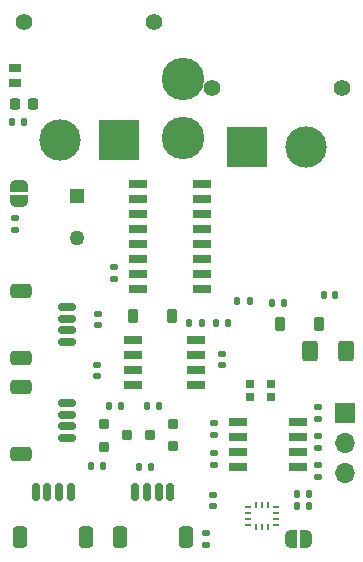
<source format=gbr>
%TF.GenerationSoftware,KiCad,Pcbnew,8.0.4*%
%TF.CreationDate,2025-02-11T21:16:32-05:00*%
%TF.ProjectId,DC_ESP32_Motor_Board_CAN,44435f45-5350-4333-925f-4d6f746f725f,rev?*%
%TF.SameCoordinates,Original*%
%TF.FileFunction,Soldermask,Top*%
%TF.FilePolarity,Negative*%
%FSLAX46Y46*%
G04 Gerber Fmt 4.6, Leading zero omitted, Abs format (unit mm)*
G04 Created by KiCad (PCBNEW 8.0.4) date 2025-02-11 21:16:32*
%MOMM*%
%LPD*%
G01*
G04 APERTURE LIST*
G04 Aperture macros list*
%AMRoundRect*
0 Rectangle with rounded corners*
0 $1 Rounding radius*
0 $2 $3 $4 $5 $6 $7 $8 $9 X,Y pos of 4 corners*
0 Add a 4 corners polygon primitive as box body*
4,1,4,$2,$3,$4,$5,$6,$7,$8,$9,$2,$3,0*
0 Add four circle primitives for the rounded corners*
1,1,$1+$1,$2,$3*
1,1,$1+$1,$4,$5*
1,1,$1+$1,$6,$7*
1,1,$1+$1,$8,$9*
0 Add four rect primitives between the rounded corners*
20,1,$1+$1,$2,$3,$4,$5,0*
20,1,$1+$1,$4,$5,$6,$7,0*
20,1,$1+$1,$6,$7,$8,$9,0*
20,1,$1+$1,$8,$9,$2,$3,0*%
%AMFreePoly0*
4,1,19,0.500000,-0.750000,0.000000,-0.750000,0.000000,-0.744911,-0.071157,-0.744911,-0.207708,-0.704816,-0.327430,-0.627875,-0.420627,-0.520320,-0.479746,-0.390866,-0.500000,-0.250000,-0.500000,0.250000,-0.479746,0.390866,-0.420627,0.520320,-0.327430,0.627875,-0.207708,0.704816,-0.071157,0.744911,0.000000,0.744911,0.000000,0.750000,0.500000,0.750000,0.500000,-0.750000,0.500000,-0.750000,
$1*%
%AMFreePoly1*
4,1,19,0.000000,0.744911,0.071157,0.744911,0.207708,0.704816,0.327430,0.627875,0.420627,0.520320,0.479746,0.390866,0.500000,0.250000,0.500000,-0.250000,0.479746,-0.390866,0.420627,-0.520320,0.327430,-0.627875,0.207708,-0.704816,0.071157,-0.744911,0.000000,-0.744911,0.000000,-0.750000,-0.500000,-0.750000,-0.500000,0.750000,0.000000,0.750000,0.000000,0.744911,0.000000,0.744911,
$1*%
G04 Aperture macros list end*
%ADD10C,1.400000*%
%ADD11R,3.500000X3.500000*%
%ADD12C,3.500000*%
%ADD13RoundRect,0.135000X-0.185000X0.135000X-0.185000X-0.135000X0.185000X-0.135000X0.185000X0.135000X0*%
%ADD14RoundRect,0.135000X-0.135000X-0.185000X0.135000X-0.185000X0.135000X0.185000X-0.135000X0.185000X0*%
%ADD15R,1.275000X1.275000*%
%ADD16C,1.275000*%
%ADD17RoundRect,0.150000X-0.150000X-0.625000X0.150000X-0.625000X0.150000X0.625000X-0.150000X0.625000X0*%
%ADD18RoundRect,0.250000X-0.350000X-0.650000X0.350000X-0.650000X0.350000X0.650000X-0.350000X0.650000X0*%
%ADD19RoundRect,0.135000X0.135000X0.185000X-0.135000X0.185000X-0.135000X-0.185000X0.135000X-0.185000X0*%
%ADD20RoundRect,0.135000X0.185000X-0.135000X0.185000X0.135000X-0.185000X0.135000X-0.185000X-0.135000X0*%
%ADD21R,1.700000X1.700000*%
%ADD22O,1.700000X1.700000*%
%ADD23RoundRect,0.200000X-0.250000X-0.200000X0.250000X-0.200000X0.250000X0.200000X-0.250000X0.200000X0*%
%ADD24RoundRect,0.140000X-0.170000X0.140000X-0.170000X-0.140000X0.170000X-0.140000X0.170000X0.140000X0*%
%ADD25R,1.016000X0.758000*%
%ADD26RoundRect,0.250000X-0.400000X-0.625000X0.400000X-0.625000X0.400000X0.625000X-0.400000X0.625000X0*%
%ADD27R,0.475000X0.250000*%
%ADD28R,0.250000X0.475000*%
%ADD29RoundRect,0.150000X-0.625000X0.150000X-0.625000X-0.150000X0.625000X-0.150000X0.625000X0.150000X0*%
%ADD30RoundRect,0.250000X-0.650000X0.350000X-0.650000X-0.350000X0.650000X-0.350000X0.650000X0.350000X0*%
%ADD31R,1.525000X0.650000*%
%ADD32RoundRect,0.225000X0.225000X0.375000X-0.225000X0.375000X-0.225000X-0.375000X0.225000X-0.375000X0*%
%ADD33RoundRect,0.218750X-0.218750X-0.256250X0.218750X-0.256250X0.218750X0.256250X-0.218750X0.256250X0*%
%ADD34C,3.600000*%
%ADD35RoundRect,0.200000X0.250000X0.200000X-0.250000X0.200000X-0.250000X-0.200000X0.250000X-0.200000X0*%
%ADD36R,1.500000X0.650000*%
%ADD37RoundRect,0.140000X0.170000X-0.140000X0.170000X0.140000X-0.170000X0.140000X-0.170000X-0.140000X0*%
%ADD38RoundRect,0.140000X0.140000X0.170000X-0.140000X0.170000X-0.140000X-0.170000X0.140000X-0.170000X0*%
%ADD39FreePoly0,90.000000*%
%ADD40FreePoly1,90.000000*%
%ADD41FreePoly0,180.000000*%
%ADD42FreePoly1,180.000000*%
%ADD43RoundRect,0.140000X-0.140000X-0.170000X0.140000X-0.170000X0.140000X0.170000X-0.140000X0.170000X0*%
%ADD44R,1.600000X0.760000*%
%ADD45R,0.700000X0.700000*%
G04 APERTURE END LIST*
D10*
%TO.C,J4*%
X78916000Y-55626000D03*
X89916000Y-55626000D03*
D11*
X86916000Y-65626000D03*
D12*
X81916000Y-65626000D03*
%TD*%
D13*
%TO.C,R13*%
X103759000Y-88261000D03*
X103759000Y-89281000D03*
%TD*%
D14*
%TO.C,R4*%
X99845400Y-79400400D03*
X100865400Y-79400400D03*
%TD*%
D15*
%TO.C,C1*%
X83337400Y-70383400D03*
D16*
X83337401Y-73883400D03*
%TD*%
D17*
%TO.C,J5*%
X79850200Y-95388200D03*
X80850200Y-95388200D03*
X81850200Y-95388200D03*
X82850200Y-95388200D03*
D18*
X78550200Y-99263200D03*
X84150200Y-99263200D03*
%TD*%
D19*
%TO.C,R9*%
X85602000Y-93243400D03*
X84582000Y-93243400D03*
%TD*%
D20*
%TO.C,R11*%
X103759000Y-94161800D03*
X103759000Y-93141800D03*
%TD*%
D21*
%TO.C,J8*%
X106045000Y-88773000D03*
D22*
X106045000Y-91313000D03*
X106045000Y-93852999D03*
%TD*%
D19*
%TO.C,R2*%
X93903800Y-81153000D03*
X92883800Y-81153000D03*
%TD*%
D23*
%TO.C,Q2*%
X85630000Y-89682200D03*
X85630000Y-91582200D03*
X87630000Y-90632200D03*
%TD*%
D24*
%TO.C,C2*%
X86512400Y-76403200D03*
X86512400Y-77363200D03*
%TD*%
D25*
%TO.C,JP2*%
X78105556Y-59499980D03*
X78105556Y-60769980D03*
%TD*%
D20*
%TO.C,R17*%
X78105000Y-73255600D03*
X78105000Y-72235600D03*
%TD*%
D26*
%TO.C,R6*%
X103072599Y-83489800D03*
X106172601Y-83489800D03*
%TD*%
D27*
%TO.C,IC3*%
X97863600Y-96707400D03*
X97863600Y-97207400D03*
X97863600Y-97707400D03*
X97863600Y-98207400D03*
D28*
X98526600Y-98369400D03*
X99026600Y-98369400D03*
X99526600Y-98369400D03*
D27*
X100189600Y-98207400D03*
X100189600Y-97707400D03*
X100189600Y-97207400D03*
X100189600Y-96707400D03*
D28*
X99526600Y-96545400D03*
X99026600Y-96545400D03*
X98526600Y-96545400D03*
%TD*%
D14*
%TO.C,R14*%
X88569800Y-93319600D03*
X89589800Y-93319600D03*
%TD*%
D29*
%TO.C,J2*%
X82473800Y-79750000D03*
X82473800Y-80750000D03*
X82473800Y-81750000D03*
X82473800Y-82750000D03*
D30*
X78598800Y-78450000D03*
X78598800Y-84050000D03*
%TD*%
D19*
%TO.C,R16*%
X78867000Y-64135000D03*
X77847000Y-64135000D03*
%TD*%
D31*
%TO.C,IC1*%
X88556000Y-69342000D03*
X88555999Y-70612000D03*
X88556000Y-71882000D03*
X88556000Y-73152000D03*
X88556000Y-74422000D03*
X88556000Y-75692000D03*
X88555998Y-76962000D03*
X88556000Y-78232000D03*
X93980000Y-78232000D03*
X93980001Y-76962000D03*
X93980000Y-75692000D03*
X93980000Y-74422000D03*
X93980000Y-73152000D03*
X93980000Y-71882000D03*
X93980002Y-70612000D03*
X93980000Y-69342000D03*
%TD*%
D32*
%TO.C,DZ1*%
X103833200Y-81229200D03*
X100533200Y-81229200D03*
%TD*%
D33*
%TO.C,D1*%
X78079600Y-62611000D03*
X79654600Y-62611000D03*
%TD*%
D19*
%TO.C,R3*%
X96143000Y-81153000D03*
X95123000Y-81153000D03*
%TD*%
D34*
%TO.C,J7*%
X92332600Y-65474400D03*
X92332600Y-60474400D03*
%TD*%
D20*
%TO.C,R1*%
X103759000Y-91696000D03*
X103759000Y-90676000D03*
%TD*%
D19*
%TO.C,R8*%
X87096600Y-88163400D03*
X86076600Y-88163400D03*
%TD*%
D35*
%TO.C,Q1*%
X91516200Y-91567000D03*
X91516200Y-89667000D03*
X89516200Y-90617000D03*
%TD*%
D36*
%TO.C,IC2*%
X93479600Y-86349800D03*
X93479600Y-85079800D03*
X93479600Y-83809800D03*
X93479600Y-82539800D03*
X88079600Y-82539800D03*
X88079600Y-83809800D03*
X88079600Y-85079800D03*
X88079600Y-86349800D03*
%TD*%
D20*
%TO.C,R18*%
X94259400Y-99950999D03*
X94259400Y-98931001D03*
%TD*%
D37*
%TO.C,C7*%
X94843600Y-96644400D03*
X94843600Y-95684400D03*
%TD*%
D38*
%TO.C,C8*%
X102969000Y-96647000D03*
X102009000Y-96647000D03*
%TD*%
D20*
%TO.C,R12*%
X94970600Y-93116400D03*
X94970600Y-92096400D03*
%TD*%
D14*
%TO.C,R5*%
X96949800Y-79248000D03*
X97969800Y-79248000D03*
%TD*%
D39*
%TO.C,JP1*%
X78486000Y-70804800D03*
D40*
X78486000Y-69504800D03*
%TD*%
D19*
%TO.C,R7*%
X90324400Y-88138000D03*
X89304400Y-88138000D03*
%TD*%
D24*
%TO.C,C4*%
X85140800Y-80368200D03*
X85140800Y-81328200D03*
%TD*%
%TO.C,C6*%
X95605600Y-83749000D03*
X95605600Y-84709000D03*
%TD*%
D29*
%TO.C,J1*%
X82473800Y-87878000D03*
X82473800Y-88878000D03*
X82473800Y-89878000D03*
X82473800Y-90878000D03*
D30*
X78598800Y-86578000D03*
X78598800Y-92178000D03*
%TD*%
D14*
%TO.C,R15*%
X101979001Y-95631000D03*
X102998999Y-95631000D03*
%TD*%
D24*
%TO.C,C5*%
X85039200Y-84671000D03*
X85039200Y-85631000D03*
%TD*%
D17*
%TO.C,J6*%
X88269600Y-95388200D03*
X89269600Y-95388200D03*
X90269600Y-95388200D03*
X91269600Y-95388200D03*
D18*
X86969600Y-99263200D03*
X92569600Y-99263200D03*
%TD*%
D20*
%TO.C,R10*%
X94970600Y-90574400D03*
X94970600Y-89554400D03*
%TD*%
D41*
%TO.C,JP3*%
X102742999Y-99441000D03*
D42*
X101443001Y-99441000D03*
%TD*%
D43*
%TO.C,C3*%
X104269600Y-78714600D03*
X105229600Y-78714600D03*
%TD*%
D44*
%TO.C,SW1*%
X97002600Y-89535000D03*
X97002600Y-90805000D03*
X97002600Y-92075000D03*
X97002600Y-93345000D03*
X102082600Y-93345000D03*
X102082600Y-92075000D03*
X102082600Y-90805000D03*
X102082600Y-89535000D03*
%TD*%
D45*
%TO.C,LED1*%
X97992000Y-86276000D03*
X97992000Y-87376000D03*
X99822000Y-87376000D03*
X99822000Y-86276000D03*
%TD*%
D10*
%TO.C,J3*%
X94791000Y-61214000D03*
X105791000Y-61214000D03*
D11*
X97791000Y-66214000D03*
D12*
X102791000Y-66214000D03*
%TD*%
D32*
%TO.C,D2*%
X91440000Y-80518000D03*
X88140000Y-80518000D03*
%TD*%
M02*

</source>
